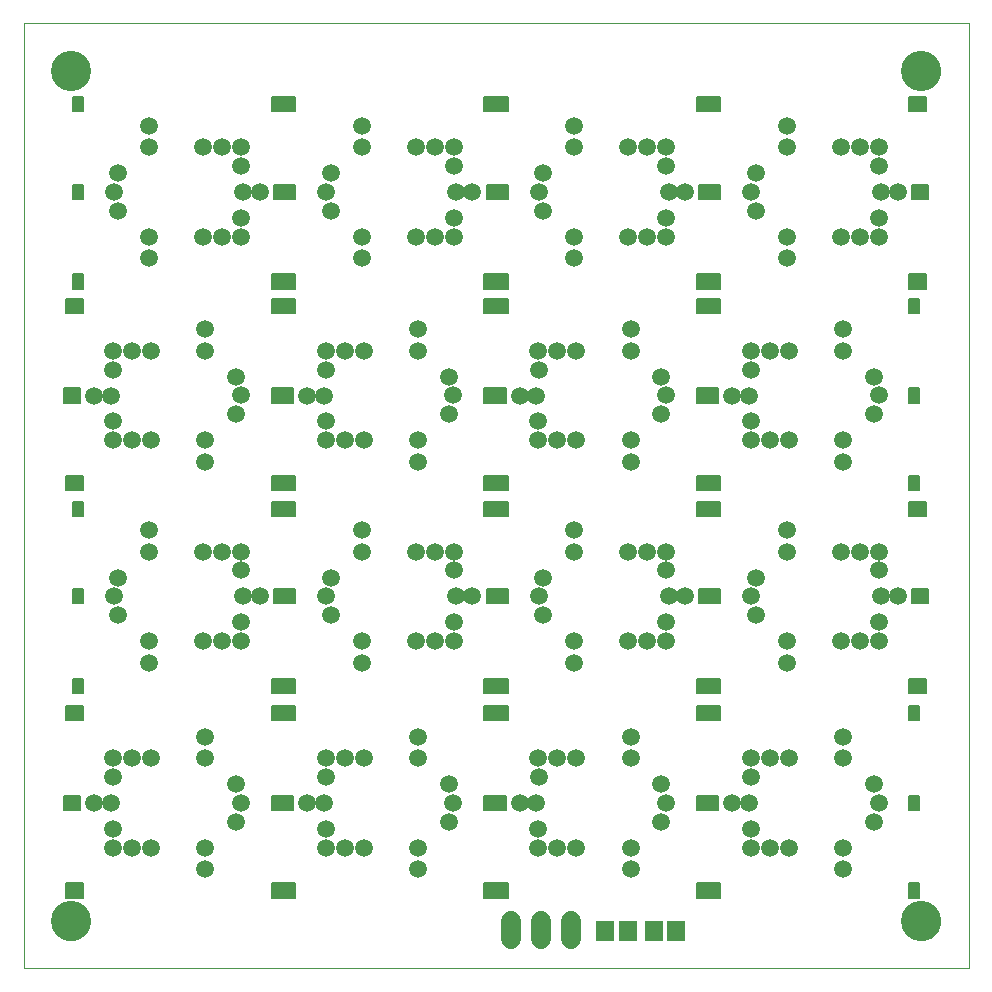
<source format=gts>
G75*
G70*
%OFA0B0*%
%FSLAX24Y24*%
%IPPOS*%
%LPD*%
%AMOC8*
5,1,8,0,0,1.08239X$1,22.5*
%
%ADD10C,0.0000*%
%ADD11C,0.0595*%
%ADD12C,0.0050*%
%ADD13C,0.1340*%
%ADD14C,0.0680*%
%ADD15R,0.0592X0.0671*%
D10*
X001723Y000125D02*
X001723Y031621D01*
X033219Y031621D01*
X033219Y000125D01*
X001723Y000125D01*
X002668Y001700D02*
X002670Y001750D01*
X002676Y001800D01*
X002686Y001849D01*
X002700Y001897D01*
X002717Y001944D01*
X002738Y001989D01*
X002763Y002033D01*
X002791Y002074D01*
X002823Y002113D01*
X002857Y002150D01*
X002894Y002184D01*
X002934Y002214D01*
X002976Y002241D01*
X003020Y002265D01*
X003066Y002286D01*
X003113Y002302D01*
X003161Y002315D01*
X003211Y002324D01*
X003260Y002329D01*
X003311Y002330D01*
X003361Y002327D01*
X003410Y002320D01*
X003459Y002309D01*
X003507Y002294D01*
X003553Y002276D01*
X003598Y002254D01*
X003641Y002228D01*
X003682Y002199D01*
X003721Y002167D01*
X003757Y002132D01*
X003789Y002094D01*
X003819Y002054D01*
X003846Y002011D01*
X003869Y001967D01*
X003888Y001921D01*
X003904Y001873D01*
X003916Y001824D01*
X003924Y001775D01*
X003928Y001725D01*
X003928Y001675D01*
X003924Y001625D01*
X003916Y001576D01*
X003904Y001527D01*
X003888Y001479D01*
X003869Y001433D01*
X003846Y001389D01*
X003819Y001346D01*
X003789Y001306D01*
X003757Y001268D01*
X003721Y001233D01*
X003682Y001201D01*
X003641Y001172D01*
X003598Y001146D01*
X003553Y001124D01*
X003507Y001106D01*
X003459Y001091D01*
X003410Y001080D01*
X003361Y001073D01*
X003311Y001070D01*
X003260Y001071D01*
X003211Y001076D01*
X003161Y001085D01*
X003113Y001098D01*
X003066Y001114D01*
X003020Y001135D01*
X002976Y001159D01*
X002934Y001186D01*
X002894Y001216D01*
X002857Y001250D01*
X002823Y001287D01*
X002791Y001326D01*
X002763Y001367D01*
X002738Y001411D01*
X002717Y001456D01*
X002700Y001503D01*
X002686Y001551D01*
X002676Y001600D01*
X002670Y001650D01*
X002668Y001700D01*
X031014Y001700D02*
X031016Y001750D01*
X031022Y001800D01*
X031032Y001849D01*
X031046Y001897D01*
X031063Y001944D01*
X031084Y001989D01*
X031109Y002033D01*
X031137Y002074D01*
X031169Y002113D01*
X031203Y002150D01*
X031240Y002184D01*
X031280Y002214D01*
X031322Y002241D01*
X031366Y002265D01*
X031412Y002286D01*
X031459Y002302D01*
X031507Y002315D01*
X031557Y002324D01*
X031606Y002329D01*
X031657Y002330D01*
X031707Y002327D01*
X031756Y002320D01*
X031805Y002309D01*
X031853Y002294D01*
X031899Y002276D01*
X031944Y002254D01*
X031987Y002228D01*
X032028Y002199D01*
X032067Y002167D01*
X032103Y002132D01*
X032135Y002094D01*
X032165Y002054D01*
X032192Y002011D01*
X032215Y001967D01*
X032234Y001921D01*
X032250Y001873D01*
X032262Y001824D01*
X032270Y001775D01*
X032274Y001725D01*
X032274Y001675D01*
X032270Y001625D01*
X032262Y001576D01*
X032250Y001527D01*
X032234Y001479D01*
X032215Y001433D01*
X032192Y001389D01*
X032165Y001346D01*
X032135Y001306D01*
X032103Y001268D01*
X032067Y001233D01*
X032028Y001201D01*
X031987Y001172D01*
X031944Y001146D01*
X031899Y001124D01*
X031853Y001106D01*
X031805Y001091D01*
X031756Y001080D01*
X031707Y001073D01*
X031657Y001070D01*
X031606Y001071D01*
X031557Y001076D01*
X031507Y001085D01*
X031459Y001098D01*
X031412Y001114D01*
X031366Y001135D01*
X031322Y001159D01*
X031280Y001186D01*
X031240Y001216D01*
X031203Y001250D01*
X031169Y001287D01*
X031137Y001326D01*
X031109Y001367D01*
X031084Y001411D01*
X031063Y001456D01*
X031046Y001503D01*
X031032Y001551D01*
X031022Y001600D01*
X031016Y001650D01*
X031014Y001700D01*
X031014Y030046D02*
X031016Y030096D01*
X031022Y030146D01*
X031032Y030195D01*
X031046Y030243D01*
X031063Y030290D01*
X031084Y030335D01*
X031109Y030379D01*
X031137Y030420D01*
X031169Y030459D01*
X031203Y030496D01*
X031240Y030530D01*
X031280Y030560D01*
X031322Y030587D01*
X031366Y030611D01*
X031412Y030632D01*
X031459Y030648D01*
X031507Y030661D01*
X031557Y030670D01*
X031606Y030675D01*
X031657Y030676D01*
X031707Y030673D01*
X031756Y030666D01*
X031805Y030655D01*
X031853Y030640D01*
X031899Y030622D01*
X031944Y030600D01*
X031987Y030574D01*
X032028Y030545D01*
X032067Y030513D01*
X032103Y030478D01*
X032135Y030440D01*
X032165Y030400D01*
X032192Y030357D01*
X032215Y030313D01*
X032234Y030267D01*
X032250Y030219D01*
X032262Y030170D01*
X032270Y030121D01*
X032274Y030071D01*
X032274Y030021D01*
X032270Y029971D01*
X032262Y029922D01*
X032250Y029873D01*
X032234Y029825D01*
X032215Y029779D01*
X032192Y029735D01*
X032165Y029692D01*
X032135Y029652D01*
X032103Y029614D01*
X032067Y029579D01*
X032028Y029547D01*
X031987Y029518D01*
X031944Y029492D01*
X031899Y029470D01*
X031853Y029452D01*
X031805Y029437D01*
X031756Y029426D01*
X031707Y029419D01*
X031657Y029416D01*
X031606Y029417D01*
X031557Y029422D01*
X031507Y029431D01*
X031459Y029444D01*
X031412Y029460D01*
X031366Y029481D01*
X031322Y029505D01*
X031280Y029532D01*
X031240Y029562D01*
X031203Y029596D01*
X031169Y029633D01*
X031137Y029672D01*
X031109Y029713D01*
X031084Y029757D01*
X031063Y029802D01*
X031046Y029849D01*
X031032Y029897D01*
X031022Y029946D01*
X031016Y029996D01*
X031014Y030046D01*
X002668Y030046D02*
X002670Y030096D01*
X002676Y030146D01*
X002686Y030195D01*
X002700Y030243D01*
X002717Y030290D01*
X002738Y030335D01*
X002763Y030379D01*
X002791Y030420D01*
X002823Y030459D01*
X002857Y030496D01*
X002894Y030530D01*
X002934Y030560D01*
X002976Y030587D01*
X003020Y030611D01*
X003066Y030632D01*
X003113Y030648D01*
X003161Y030661D01*
X003211Y030670D01*
X003260Y030675D01*
X003311Y030676D01*
X003361Y030673D01*
X003410Y030666D01*
X003459Y030655D01*
X003507Y030640D01*
X003553Y030622D01*
X003598Y030600D01*
X003641Y030574D01*
X003682Y030545D01*
X003721Y030513D01*
X003757Y030478D01*
X003789Y030440D01*
X003819Y030400D01*
X003846Y030357D01*
X003869Y030313D01*
X003888Y030267D01*
X003904Y030219D01*
X003916Y030170D01*
X003924Y030121D01*
X003928Y030071D01*
X003928Y030021D01*
X003924Y029971D01*
X003916Y029922D01*
X003904Y029873D01*
X003888Y029825D01*
X003869Y029779D01*
X003846Y029735D01*
X003819Y029692D01*
X003789Y029652D01*
X003757Y029614D01*
X003721Y029579D01*
X003682Y029547D01*
X003641Y029518D01*
X003598Y029492D01*
X003553Y029470D01*
X003507Y029452D01*
X003459Y029437D01*
X003410Y029426D01*
X003361Y029419D01*
X003311Y029416D01*
X003260Y029417D01*
X003211Y029422D01*
X003161Y029431D01*
X003113Y029444D01*
X003066Y029460D01*
X003020Y029481D01*
X002976Y029505D01*
X002934Y029532D01*
X002894Y029562D01*
X002857Y029596D01*
X002823Y029633D01*
X002791Y029672D01*
X002763Y029713D01*
X002738Y029757D01*
X002717Y029802D01*
X002700Y029849D01*
X002686Y029897D01*
X002676Y029946D01*
X002670Y029996D01*
X002668Y030046D01*
D11*
X005900Y028212D03*
X005900Y027503D03*
X004877Y026637D03*
X004719Y026007D03*
X004877Y025377D03*
X005900Y024511D03*
X005900Y023802D03*
X007711Y024511D03*
X008341Y024511D03*
X008971Y024511D03*
X008967Y025145D03*
X009046Y026011D03*
X009597Y026011D03*
X008971Y026873D03*
X008971Y027503D03*
X008341Y027503D03*
X007711Y027503D03*
X011806Y026007D03*
X011963Y025377D03*
X012987Y024511D03*
X012987Y023802D03*
X014798Y024511D03*
X015428Y024511D03*
X016058Y024511D03*
X016054Y025145D03*
X016133Y026011D03*
X016684Y026011D03*
X016058Y026873D03*
X016058Y027503D03*
X015428Y027503D03*
X014798Y027503D03*
X012987Y027503D03*
X012987Y028212D03*
X011963Y026637D03*
X014869Y021428D03*
X014869Y020720D03*
X015892Y019854D03*
X016050Y019224D03*
X015892Y018594D03*
X014869Y017728D03*
X014869Y017019D03*
X013058Y017728D03*
X012428Y017728D03*
X011798Y017728D03*
X011798Y018357D03*
X011723Y019220D03*
X011172Y019220D03*
X011802Y020086D03*
X011798Y020720D03*
X012428Y020720D03*
X013058Y020720D03*
X008806Y019854D03*
X008963Y019224D03*
X008806Y018594D03*
X007782Y017728D03*
X007782Y017019D03*
X005971Y017728D03*
X005341Y017728D03*
X004711Y017728D03*
X004711Y018357D03*
X004637Y019220D03*
X004085Y019220D03*
X004715Y020086D03*
X004711Y020720D03*
X005341Y020720D03*
X005971Y020720D03*
X007782Y020720D03*
X007782Y021428D03*
X005900Y014728D03*
X005900Y014019D03*
X004877Y013153D03*
X004719Y012523D03*
X004877Y011893D03*
X005900Y011027D03*
X005900Y010318D03*
X007711Y011027D03*
X008341Y011027D03*
X008971Y011027D03*
X008967Y011661D03*
X009046Y012527D03*
X009597Y012527D03*
X008971Y013389D03*
X008971Y014019D03*
X008341Y014019D03*
X007711Y014019D03*
X011806Y012523D03*
X011963Y013153D03*
X012987Y014019D03*
X012987Y014728D03*
X014798Y014019D03*
X015428Y014019D03*
X016058Y014019D03*
X016058Y013389D03*
X016133Y012527D03*
X016684Y012527D03*
X016054Y011661D03*
X016058Y011027D03*
X015428Y011027D03*
X014798Y011027D03*
X012987Y011027D03*
X012987Y010318D03*
X011963Y011893D03*
X014869Y007846D03*
X014869Y007137D03*
X015892Y006271D03*
X016050Y005641D03*
X015892Y005011D03*
X014869Y004145D03*
X014869Y003436D03*
X013058Y004145D03*
X012428Y004145D03*
X011798Y004145D03*
X011798Y004775D03*
X011723Y005637D03*
X011172Y005637D03*
X011802Y006503D03*
X011798Y007137D03*
X012428Y007137D03*
X013058Y007137D03*
X008806Y006271D03*
X008963Y005641D03*
X008806Y005011D03*
X007782Y004145D03*
X007782Y003436D03*
X005971Y004145D03*
X005341Y004145D03*
X004711Y004145D03*
X004711Y004775D03*
X004637Y005637D03*
X004085Y005637D03*
X004715Y006503D03*
X004711Y007137D03*
X005341Y007137D03*
X005971Y007137D03*
X007782Y007137D03*
X007782Y007846D03*
X018259Y005637D03*
X018810Y005637D03*
X018885Y004775D03*
X018885Y004145D03*
X019514Y004145D03*
X020144Y004145D03*
X021955Y004145D03*
X021955Y003436D03*
X022979Y005011D03*
X023137Y005641D03*
X022979Y006271D03*
X021955Y007137D03*
X021955Y007846D03*
X020144Y007137D03*
X019514Y007137D03*
X018885Y007137D03*
X018888Y006503D03*
X020074Y010318D03*
X020074Y011027D03*
X019050Y011893D03*
X018892Y012523D03*
X019050Y013153D03*
X020074Y014019D03*
X020074Y014728D03*
X021885Y014019D03*
X022514Y014019D03*
X023144Y014019D03*
X023144Y013389D03*
X023219Y012527D03*
X023770Y012527D03*
X023140Y011661D03*
X023144Y011027D03*
X022514Y011027D03*
X021885Y011027D03*
X026137Y011893D03*
X025979Y012523D03*
X026137Y013153D03*
X027160Y014019D03*
X027160Y014728D03*
X028971Y014019D03*
X029601Y014019D03*
X030231Y014019D03*
X030231Y013389D03*
X030306Y012527D03*
X030857Y012527D03*
X030227Y011661D03*
X030231Y011027D03*
X029601Y011027D03*
X028971Y011027D03*
X027160Y011027D03*
X027160Y010318D03*
X029042Y007846D03*
X029042Y007137D03*
X030066Y006271D03*
X030223Y005641D03*
X030066Y005011D03*
X029042Y004145D03*
X029042Y003436D03*
X027231Y004145D03*
X026601Y004145D03*
X025971Y004145D03*
X025971Y004775D03*
X025896Y005637D03*
X025345Y005637D03*
X025975Y006503D03*
X025971Y007137D03*
X026601Y007137D03*
X027231Y007137D03*
X029042Y017019D03*
X029042Y017728D03*
X030066Y018594D03*
X030223Y019224D03*
X030066Y019854D03*
X029042Y020720D03*
X029042Y021428D03*
X027231Y020720D03*
X026601Y020720D03*
X025971Y020720D03*
X025975Y020086D03*
X025896Y019220D03*
X025345Y019220D03*
X025971Y018357D03*
X025971Y017728D03*
X026601Y017728D03*
X027231Y017728D03*
X023137Y019224D03*
X022979Y019854D03*
X021955Y020720D03*
X021955Y021428D03*
X020144Y020720D03*
X019514Y020720D03*
X018885Y020720D03*
X018888Y020086D03*
X018810Y019220D03*
X018259Y019220D03*
X018885Y018357D03*
X018885Y017728D03*
X019514Y017728D03*
X020144Y017728D03*
X021955Y017728D03*
X021955Y017019D03*
X022979Y018594D03*
X020074Y023802D03*
X020074Y024511D03*
X019050Y025377D03*
X018892Y026007D03*
X019050Y026637D03*
X020074Y027503D03*
X020074Y028212D03*
X021885Y027503D03*
X022514Y027503D03*
X023144Y027503D03*
X023144Y026873D03*
X023219Y026011D03*
X023770Y026011D03*
X023140Y025145D03*
X023144Y024511D03*
X022514Y024511D03*
X021885Y024511D03*
X026137Y025377D03*
X025979Y026007D03*
X026137Y026637D03*
X027160Y027503D03*
X027160Y028212D03*
X028971Y027503D03*
X029601Y027503D03*
X030231Y027503D03*
X030231Y026873D03*
X030306Y026011D03*
X030857Y026011D03*
X030227Y025145D03*
X030231Y024511D03*
X029601Y024511D03*
X028971Y024511D03*
X027160Y024511D03*
X027160Y023802D03*
D12*
X024951Y023255D02*
X024951Y022783D01*
X024637Y022783D01*
X024637Y023255D01*
X024951Y023255D01*
X024951Y023211D02*
X024637Y023211D01*
X024637Y023163D02*
X024951Y023163D01*
X024951Y023114D02*
X024637Y023114D01*
X024637Y023066D02*
X024951Y023066D01*
X024951Y023017D02*
X024637Y023017D01*
X024637Y022969D02*
X024951Y022969D01*
X024951Y022920D02*
X024637Y022920D01*
X024637Y022872D02*
X024951Y022872D01*
X024951Y022823D02*
X024637Y022823D01*
X024715Y022823D02*
X024164Y022823D01*
X024164Y022783D02*
X024715Y022783D01*
X024715Y023255D01*
X024164Y023255D01*
X024164Y022783D01*
X024164Y022872D02*
X024715Y022872D01*
X024715Y022920D02*
X024164Y022920D01*
X024164Y022969D02*
X024715Y022969D01*
X024715Y023017D02*
X024164Y023017D01*
X024164Y023066D02*
X024715Y023066D01*
X024715Y023114D02*
X024164Y023114D01*
X024164Y023163D02*
X024715Y023163D01*
X024715Y023211D02*
X024164Y023211D01*
X024164Y022448D02*
X024164Y021976D01*
X024479Y021976D01*
X024479Y022448D01*
X024164Y022448D01*
X024164Y022435D02*
X024479Y022435D01*
X024479Y022387D02*
X024164Y022387D01*
X024164Y022338D02*
X024479Y022338D01*
X024479Y022290D02*
X024164Y022290D01*
X024164Y022241D02*
X024479Y022241D01*
X024479Y022193D02*
X024164Y022193D01*
X024164Y022144D02*
X024479Y022144D01*
X024479Y022096D02*
X024164Y022096D01*
X024164Y022047D02*
X024479Y022047D01*
X024479Y021999D02*
X024164Y021999D01*
X024400Y021999D02*
X024951Y021999D01*
X024951Y021976D02*
X024951Y022448D01*
X024400Y022448D01*
X024400Y021976D01*
X024951Y021976D01*
X024951Y022047D02*
X024400Y022047D01*
X024400Y022096D02*
X024951Y022096D01*
X024951Y022144D02*
X024400Y022144D01*
X024400Y022193D02*
X024951Y022193D01*
X024951Y022241D02*
X024400Y022241D01*
X024400Y022290D02*
X024951Y022290D01*
X024951Y022338D02*
X024400Y022338D01*
X024400Y022387D02*
X024951Y022387D01*
X024951Y022435D02*
X024400Y022435D01*
X024322Y019456D02*
X024322Y018983D01*
X024873Y018983D01*
X024873Y019456D01*
X024322Y019456D01*
X024322Y019428D02*
X024873Y019428D01*
X024873Y019380D02*
X024322Y019380D01*
X024322Y019331D02*
X024873Y019331D01*
X024873Y019283D02*
X024322Y019283D01*
X024322Y019234D02*
X024873Y019234D01*
X024873Y019186D02*
X024322Y019186D01*
X024322Y019137D02*
X024873Y019137D01*
X024873Y019089D02*
X024322Y019089D01*
X024322Y019040D02*
X024873Y019040D01*
X024873Y018992D02*
X024322Y018992D01*
X024479Y018992D02*
X024164Y018992D01*
X024164Y018983D02*
X024164Y019456D01*
X024479Y019456D01*
X024479Y018983D01*
X024164Y018983D01*
X024164Y019040D02*
X024479Y019040D01*
X024479Y019089D02*
X024164Y019089D01*
X024164Y019137D02*
X024479Y019137D01*
X024479Y019186D02*
X024164Y019186D01*
X024164Y019234D02*
X024479Y019234D01*
X024479Y019283D02*
X024164Y019283D01*
X024164Y019331D02*
X024479Y019331D01*
X024479Y019380D02*
X024164Y019380D01*
X024164Y019428D02*
X024479Y019428D01*
X024479Y016543D02*
X024164Y016543D01*
X024164Y016070D01*
X024479Y016070D01*
X024479Y016543D01*
X024479Y016518D02*
X024164Y016518D01*
X024164Y016470D02*
X024479Y016470D01*
X024479Y016421D02*
X024164Y016421D01*
X024164Y016373D02*
X024479Y016373D01*
X024479Y016324D02*
X024164Y016324D01*
X024164Y016276D02*
X024479Y016276D01*
X024479Y016227D02*
X024164Y016227D01*
X024164Y016179D02*
X024479Y016179D01*
X024479Y016130D02*
X024164Y016130D01*
X024164Y016082D02*
X024479Y016082D01*
X024400Y016082D02*
X024951Y016082D01*
X024951Y016070D02*
X024951Y016543D01*
X024400Y016543D01*
X024400Y016070D01*
X024951Y016070D01*
X024951Y016130D02*
X024400Y016130D01*
X024400Y016179D02*
X024951Y016179D01*
X024951Y016227D02*
X024400Y016227D01*
X024400Y016276D02*
X024951Y016276D01*
X024951Y016324D02*
X024400Y016324D01*
X024400Y016373D02*
X024951Y016373D01*
X024951Y016421D02*
X024400Y016421D01*
X024400Y016470D02*
X024951Y016470D01*
X024951Y016518D02*
X024400Y016518D01*
X024164Y015676D02*
X024164Y015204D01*
X024715Y015204D01*
X024715Y015676D01*
X024164Y015676D01*
X024164Y015645D02*
X024715Y015645D01*
X024715Y015597D02*
X024164Y015597D01*
X024164Y015548D02*
X024715Y015548D01*
X024715Y015500D02*
X024164Y015500D01*
X024164Y015451D02*
X024715Y015451D01*
X024715Y015403D02*
X024164Y015403D01*
X024164Y015354D02*
X024715Y015354D01*
X024715Y015306D02*
X024164Y015306D01*
X024164Y015257D02*
X024715Y015257D01*
X024715Y015209D02*
X024164Y015209D01*
X024637Y015209D02*
X024951Y015209D01*
X024951Y015204D02*
X024951Y015676D01*
X024637Y015676D01*
X024637Y015204D01*
X024951Y015204D01*
X024951Y015257D02*
X024637Y015257D01*
X024637Y015306D02*
X024951Y015306D01*
X024951Y015354D02*
X024637Y015354D01*
X024637Y015403D02*
X024951Y015403D01*
X024951Y015451D02*
X024637Y015451D01*
X024637Y015500D02*
X024951Y015500D01*
X024951Y015548D02*
X024637Y015548D01*
X024637Y015597D02*
X024951Y015597D01*
X024951Y015645D02*
X024637Y015645D01*
X024637Y012763D02*
X024637Y012291D01*
X024951Y012291D01*
X024951Y012763D01*
X024637Y012763D01*
X024637Y012735D02*
X024951Y012735D01*
X024951Y012687D02*
X024637Y012687D01*
X024637Y012638D02*
X024951Y012638D01*
X024951Y012590D02*
X024637Y012590D01*
X024637Y012541D02*
X024951Y012541D01*
X024951Y012493D02*
X024637Y012493D01*
X024637Y012444D02*
X024951Y012444D01*
X024951Y012396D02*
X024637Y012396D01*
X024637Y012347D02*
X024951Y012347D01*
X024951Y012299D02*
X024637Y012299D01*
X024794Y012299D02*
X024243Y012299D01*
X024243Y012291D02*
X024794Y012291D01*
X024794Y012763D01*
X024243Y012763D01*
X024243Y012291D01*
X024243Y012347D02*
X024794Y012347D01*
X024794Y012396D02*
X024243Y012396D01*
X024243Y012444D02*
X024794Y012444D01*
X024794Y012493D02*
X024243Y012493D01*
X024243Y012541D02*
X024794Y012541D01*
X024794Y012590D02*
X024243Y012590D01*
X024243Y012638D02*
X024794Y012638D01*
X024794Y012687D02*
X024243Y012687D01*
X024243Y012735D02*
X024794Y012735D01*
X024715Y009771D02*
X024164Y009771D01*
X024164Y009298D01*
X024715Y009298D01*
X024715Y009771D01*
X024715Y009728D02*
X024164Y009728D01*
X024164Y009680D02*
X024715Y009680D01*
X024715Y009631D02*
X024164Y009631D01*
X024164Y009583D02*
X024715Y009583D01*
X024715Y009534D02*
X024164Y009534D01*
X024164Y009486D02*
X024715Y009486D01*
X024715Y009437D02*
X024164Y009437D01*
X024164Y009389D02*
X024715Y009389D01*
X024715Y009340D02*
X024164Y009340D01*
X024637Y009340D02*
X024951Y009340D01*
X024951Y009298D02*
X024951Y009771D01*
X024637Y009771D01*
X024637Y009298D01*
X024951Y009298D01*
X024951Y009389D02*
X024637Y009389D01*
X024637Y009437D02*
X024951Y009437D01*
X024951Y009486D02*
X024637Y009486D01*
X024637Y009534D02*
X024951Y009534D01*
X024951Y009583D02*
X024637Y009583D01*
X024637Y009631D02*
X024951Y009631D01*
X024951Y009680D02*
X024637Y009680D01*
X024637Y009728D02*
X024951Y009728D01*
X024951Y008865D02*
X024400Y008865D01*
X024400Y008393D01*
X024951Y008393D01*
X024951Y008865D01*
X024951Y008855D02*
X024400Y008855D01*
X024400Y008807D02*
X024951Y008807D01*
X024951Y008758D02*
X024400Y008758D01*
X024400Y008710D02*
X024951Y008710D01*
X024951Y008661D02*
X024400Y008661D01*
X024400Y008613D02*
X024951Y008613D01*
X024951Y008564D02*
X024400Y008564D01*
X024400Y008516D02*
X024951Y008516D01*
X024951Y008467D02*
X024400Y008467D01*
X024400Y008419D02*
X024951Y008419D01*
X024479Y008419D02*
X024164Y008419D01*
X024164Y008393D02*
X024164Y008865D01*
X024479Y008865D01*
X024479Y008393D01*
X024164Y008393D01*
X024164Y008467D02*
X024479Y008467D01*
X024479Y008516D02*
X024164Y008516D01*
X024164Y008564D02*
X024479Y008564D01*
X024479Y008613D02*
X024164Y008613D01*
X024164Y008661D02*
X024479Y008661D01*
X024479Y008710D02*
X024164Y008710D01*
X024164Y008758D02*
X024479Y008758D01*
X024479Y008807D02*
X024164Y008807D01*
X024164Y008855D02*
X024479Y008855D01*
X024479Y005873D02*
X024164Y005873D01*
X024164Y005401D01*
X024479Y005401D01*
X024479Y005873D01*
X024479Y005848D02*
X024164Y005848D01*
X024164Y005800D02*
X024479Y005800D01*
X024479Y005751D02*
X024164Y005751D01*
X024164Y005703D02*
X024479Y005703D01*
X024479Y005654D02*
X024164Y005654D01*
X024164Y005606D02*
X024479Y005606D01*
X024479Y005557D02*
X024164Y005557D01*
X024164Y005509D02*
X024479Y005509D01*
X024479Y005460D02*
X024164Y005460D01*
X024164Y005412D02*
X024479Y005412D01*
X024322Y005412D02*
X024873Y005412D01*
X024873Y005401D02*
X024873Y005873D01*
X024322Y005873D01*
X024322Y005401D01*
X024873Y005401D01*
X024873Y005460D02*
X024322Y005460D01*
X024322Y005509D02*
X024873Y005509D01*
X024873Y005557D02*
X024322Y005557D01*
X024322Y005606D02*
X024873Y005606D01*
X024873Y005654D02*
X024322Y005654D01*
X024322Y005703D02*
X024873Y005703D01*
X024873Y005751D02*
X024322Y005751D01*
X024322Y005800D02*
X024873Y005800D01*
X024873Y005848D02*
X024322Y005848D01*
X024400Y002960D02*
X024400Y002487D01*
X024951Y002487D01*
X024951Y002960D01*
X024400Y002960D01*
X024400Y002938D02*
X024951Y002938D01*
X024951Y002890D02*
X024400Y002890D01*
X024400Y002841D02*
X024951Y002841D01*
X024951Y002793D02*
X024400Y002793D01*
X024400Y002744D02*
X024951Y002744D01*
X024951Y002696D02*
X024400Y002696D01*
X024400Y002647D02*
X024951Y002647D01*
X024951Y002599D02*
X024400Y002599D01*
X024400Y002550D02*
X024951Y002550D01*
X024951Y002502D02*
X024400Y002502D01*
X024479Y002502D02*
X024164Y002502D01*
X024164Y002487D02*
X024164Y002960D01*
X024479Y002960D01*
X024479Y002487D01*
X024164Y002487D01*
X024164Y002550D02*
X024479Y002550D01*
X024479Y002599D02*
X024164Y002599D01*
X024164Y002647D02*
X024479Y002647D01*
X024479Y002696D02*
X024164Y002696D01*
X024164Y002744D02*
X024479Y002744D01*
X024479Y002793D02*
X024164Y002793D01*
X024164Y002841D02*
X024479Y002841D01*
X024479Y002890D02*
X024164Y002890D01*
X024164Y002938D02*
X024479Y002938D01*
X017865Y002938D02*
X017314Y002938D01*
X017314Y002960D02*
X017314Y002487D01*
X017865Y002487D01*
X017865Y002960D01*
X017314Y002960D01*
X017314Y002890D02*
X017865Y002890D01*
X017865Y002841D02*
X017314Y002841D01*
X017314Y002793D02*
X017865Y002793D01*
X017865Y002744D02*
X017314Y002744D01*
X017314Y002696D02*
X017865Y002696D01*
X017865Y002647D02*
X017314Y002647D01*
X017314Y002599D02*
X017865Y002599D01*
X017865Y002550D02*
X017314Y002550D01*
X017314Y002502D02*
X017865Y002502D01*
X017392Y002502D02*
X017077Y002502D01*
X017077Y002487D02*
X017077Y002960D01*
X017392Y002960D01*
X017392Y002487D01*
X017077Y002487D01*
X017077Y002550D02*
X017392Y002550D01*
X017392Y002599D02*
X017077Y002599D01*
X017077Y002647D02*
X017392Y002647D01*
X017392Y002696D02*
X017077Y002696D01*
X017077Y002744D02*
X017392Y002744D01*
X017392Y002793D02*
X017077Y002793D01*
X017077Y002841D02*
X017392Y002841D01*
X017392Y002890D02*
X017077Y002890D01*
X017077Y002938D02*
X017392Y002938D01*
X017392Y005401D02*
X017077Y005401D01*
X017077Y005873D01*
X017392Y005873D01*
X017392Y005401D01*
X017392Y005412D02*
X017077Y005412D01*
X017077Y005460D02*
X017392Y005460D01*
X017392Y005509D02*
X017077Y005509D01*
X017077Y005557D02*
X017392Y005557D01*
X017392Y005606D02*
X017077Y005606D01*
X017077Y005654D02*
X017392Y005654D01*
X017392Y005703D02*
X017077Y005703D01*
X017077Y005751D02*
X017392Y005751D01*
X017392Y005800D02*
X017077Y005800D01*
X017077Y005848D02*
X017392Y005848D01*
X017235Y005848D02*
X017786Y005848D01*
X017786Y005873D02*
X017235Y005873D01*
X017235Y005401D01*
X017786Y005401D01*
X017786Y005873D01*
X017786Y005800D02*
X017235Y005800D01*
X017235Y005751D02*
X017786Y005751D01*
X017786Y005703D02*
X017235Y005703D01*
X017235Y005654D02*
X017786Y005654D01*
X017786Y005606D02*
X017235Y005606D01*
X017235Y005557D02*
X017786Y005557D01*
X017786Y005509D02*
X017235Y005509D01*
X017235Y005460D02*
X017786Y005460D01*
X017786Y005412D02*
X017235Y005412D01*
X017314Y008393D02*
X017314Y008865D01*
X017865Y008865D01*
X017865Y008393D01*
X017314Y008393D01*
X017314Y008419D02*
X017865Y008419D01*
X017865Y008467D02*
X017314Y008467D01*
X017314Y008516D02*
X017865Y008516D01*
X017865Y008564D02*
X017314Y008564D01*
X017314Y008613D02*
X017865Y008613D01*
X017865Y008661D02*
X017314Y008661D01*
X017314Y008710D02*
X017865Y008710D01*
X017865Y008758D02*
X017314Y008758D01*
X017314Y008807D02*
X017865Y008807D01*
X017865Y008855D02*
X017314Y008855D01*
X017392Y008855D02*
X017077Y008855D01*
X017077Y008865D02*
X017077Y008393D01*
X017392Y008393D01*
X017392Y008865D01*
X017077Y008865D01*
X017077Y008807D02*
X017392Y008807D01*
X017392Y008758D02*
X017077Y008758D01*
X017077Y008710D02*
X017392Y008710D01*
X017392Y008661D02*
X017077Y008661D01*
X017077Y008613D02*
X017392Y008613D01*
X017392Y008564D02*
X017077Y008564D01*
X017077Y008516D02*
X017392Y008516D01*
X017392Y008467D02*
X017077Y008467D01*
X017077Y008419D02*
X017392Y008419D01*
X017550Y009298D02*
X017865Y009298D01*
X017865Y009771D01*
X017550Y009771D01*
X017550Y009298D01*
X017550Y009340D02*
X017865Y009340D01*
X017865Y009389D02*
X017550Y009389D01*
X017550Y009437D02*
X017865Y009437D01*
X017865Y009486D02*
X017550Y009486D01*
X017550Y009534D02*
X017865Y009534D01*
X017865Y009583D02*
X017550Y009583D01*
X017550Y009631D02*
X017865Y009631D01*
X017865Y009680D02*
X017550Y009680D01*
X017550Y009728D02*
X017865Y009728D01*
X017629Y009728D02*
X017077Y009728D01*
X017077Y009771D02*
X017077Y009298D01*
X017629Y009298D01*
X017629Y009771D01*
X017077Y009771D01*
X017077Y009680D02*
X017629Y009680D01*
X017629Y009631D02*
X017077Y009631D01*
X017077Y009583D02*
X017629Y009583D01*
X017629Y009534D02*
X017077Y009534D01*
X017077Y009486D02*
X017629Y009486D01*
X017629Y009437D02*
X017077Y009437D01*
X017077Y009389D02*
X017629Y009389D01*
X017629Y009340D02*
X017077Y009340D01*
X017156Y012291D02*
X017707Y012291D01*
X017707Y012763D01*
X017156Y012763D01*
X017156Y012291D01*
X017156Y012299D02*
X017707Y012299D01*
X017707Y012347D02*
X017156Y012347D01*
X017156Y012396D02*
X017707Y012396D01*
X017707Y012444D02*
X017156Y012444D01*
X017156Y012493D02*
X017707Y012493D01*
X017707Y012541D02*
X017156Y012541D01*
X017156Y012590D02*
X017707Y012590D01*
X017707Y012638D02*
X017156Y012638D01*
X017156Y012687D02*
X017707Y012687D01*
X017707Y012735D02*
X017156Y012735D01*
X017550Y012735D02*
X017865Y012735D01*
X017865Y012763D02*
X017865Y012291D01*
X017550Y012291D01*
X017550Y012763D01*
X017865Y012763D01*
X017865Y012687D02*
X017550Y012687D01*
X017550Y012638D02*
X017865Y012638D01*
X017865Y012590D02*
X017550Y012590D01*
X017550Y012541D02*
X017865Y012541D01*
X017865Y012493D02*
X017550Y012493D01*
X017550Y012444D02*
X017865Y012444D01*
X017865Y012396D02*
X017550Y012396D01*
X017550Y012347D02*
X017865Y012347D01*
X017865Y012299D02*
X017550Y012299D01*
X017550Y015204D02*
X017865Y015204D01*
X017865Y015676D01*
X017550Y015676D01*
X017550Y015204D01*
X017550Y015209D02*
X017865Y015209D01*
X017865Y015257D02*
X017550Y015257D01*
X017550Y015306D02*
X017865Y015306D01*
X017865Y015354D02*
X017550Y015354D01*
X017550Y015403D02*
X017865Y015403D01*
X017865Y015451D02*
X017550Y015451D01*
X017550Y015500D02*
X017865Y015500D01*
X017865Y015548D02*
X017550Y015548D01*
X017550Y015597D02*
X017865Y015597D01*
X017865Y015645D02*
X017550Y015645D01*
X017629Y015645D02*
X017077Y015645D01*
X017077Y015676D02*
X017077Y015204D01*
X017629Y015204D01*
X017629Y015676D01*
X017077Y015676D01*
X017077Y015597D02*
X017629Y015597D01*
X017629Y015548D02*
X017077Y015548D01*
X017077Y015500D02*
X017629Y015500D01*
X017629Y015451D02*
X017077Y015451D01*
X017077Y015403D02*
X017629Y015403D01*
X017629Y015354D02*
X017077Y015354D01*
X017077Y015306D02*
X017629Y015306D01*
X017629Y015257D02*
X017077Y015257D01*
X017077Y015209D02*
X017629Y015209D01*
X017865Y016070D02*
X017314Y016070D01*
X017314Y016543D01*
X017865Y016543D01*
X017865Y016070D01*
X017865Y016082D02*
X017314Y016082D01*
X017314Y016130D02*
X017865Y016130D01*
X017865Y016179D02*
X017314Y016179D01*
X017314Y016227D02*
X017865Y016227D01*
X017865Y016276D02*
X017314Y016276D01*
X017314Y016324D02*
X017865Y016324D01*
X017865Y016373D02*
X017314Y016373D01*
X017314Y016421D02*
X017865Y016421D01*
X017865Y016470D02*
X017314Y016470D01*
X017314Y016518D02*
X017865Y016518D01*
X017392Y016518D02*
X017077Y016518D01*
X017077Y016543D02*
X017077Y016070D01*
X017392Y016070D01*
X017392Y016543D01*
X017077Y016543D01*
X017077Y016470D02*
X017392Y016470D01*
X017392Y016421D02*
X017077Y016421D01*
X017077Y016373D02*
X017392Y016373D01*
X017392Y016324D02*
X017077Y016324D01*
X017077Y016276D02*
X017392Y016276D01*
X017392Y016227D02*
X017077Y016227D01*
X017077Y016179D02*
X017392Y016179D01*
X017392Y016130D02*
X017077Y016130D01*
X017077Y016082D02*
X017392Y016082D01*
X017392Y018983D02*
X017077Y018983D01*
X017077Y019456D01*
X017392Y019456D01*
X017392Y018983D01*
X017392Y018992D02*
X017077Y018992D01*
X017077Y019040D02*
X017392Y019040D01*
X017392Y019089D02*
X017077Y019089D01*
X017077Y019137D02*
X017392Y019137D01*
X017392Y019186D02*
X017077Y019186D01*
X017077Y019234D02*
X017392Y019234D01*
X017392Y019283D02*
X017077Y019283D01*
X017077Y019331D02*
X017392Y019331D01*
X017392Y019380D02*
X017077Y019380D01*
X017077Y019428D02*
X017392Y019428D01*
X017235Y019428D02*
X017786Y019428D01*
X017786Y019456D02*
X017235Y019456D01*
X017235Y018983D01*
X017786Y018983D01*
X017786Y019456D01*
X017786Y019380D02*
X017235Y019380D01*
X017235Y019331D02*
X017786Y019331D01*
X017786Y019283D02*
X017235Y019283D01*
X017235Y019234D02*
X017786Y019234D01*
X017786Y019186D02*
X017235Y019186D01*
X017235Y019137D02*
X017786Y019137D01*
X017786Y019089D02*
X017235Y019089D01*
X017235Y019040D02*
X017786Y019040D01*
X017786Y018992D02*
X017235Y018992D01*
X017314Y021976D02*
X017314Y022448D01*
X017865Y022448D01*
X017865Y021976D01*
X017314Y021976D01*
X017314Y021999D02*
X017865Y021999D01*
X017865Y022047D02*
X017314Y022047D01*
X017314Y022096D02*
X017865Y022096D01*
X017865Y022144D02*
X017314Y022144D01*
X017314Y022193D02*
X017865Y022193D01*
X017865Y022241D02*
X017314Y022241D01*
X017314Y022290D02*
X017865Y022290D01*
X017865Y022338D02*
X017314Y022338D01*
X017314Y022387D02*
X017865Y022387D01*
X017865Y022435D02*
X017314Y022435D01*
X017392Y022435D02*
X017077Y022435D01*
X017077Y022448D02*
X017077Y021976D01*
X017392Y021976D01*
X017392Y022448D01*
X017077Y022448D01*
X017077Y022387D02*
X017392Y022387D01*
X017392Y022338D02*
X017077Y022338D01*
X017077Y022290D02*
X017392Y022290D01*
X017392Y022241D02*
X017077Y022241D01*
X017077Y022193D02*
X017392Y022193D01*
X017392Y022144D02*
X017077Y022144D01*
X017077Y022096D02*
X017392Y022096D01*
X017392Y022047D02*
X017077Y022047D01*
X017077Y021999D02*
X017392Y021999D01*
X017550Y022783D02*
X017865Y022783D01*
X017865Y023255D01*
X017550Y023255D01*
X017550Y022783D01*
X017550Y022823D02*
X017865Y022823D01*
X017865Y022872D02*
X017550Y022872D01*
X017550Y022920D02*
X017865Y022920D01*
X017865Y022969D02*
X017550Y022969D01*
X017550Y023017D02*
X017865Y023017D01*
X017865Y023066D02*
X017550Y023066D01*
X017550Y023114D02*
X017865Y023114D01*
X017865Y023163D02*
X017550Y023163D01*
X017550Y023211D02*
X017865Y023211D01*
X017629Y023211D02*
X017077Y023211D01*
X017077Y023255D02*
X017077Y022783D01*
X017629Y022783D01*
X017629Y023255D01*
X017077Y023255D01*
X017077Y023163D02*
X017629Y023163D01*
X017629Y023114D02*
X017077Y023114D01*
X017077Y023066D02*
X017629Y023066D01*
X017629Y023017D02*
X017077Y023017D01*
X017077Y022969D02*
X017629Y022969D01*
X017629Y022920D02*
X017077Y022920D01*
X017077Y022872D02*
X017629Y022872D01*
X017629Y022823D02*
X017077Y022823D01*
X017156Y025775D02*
X017707Y025775D01*
X017707Y026247D01*
X017156Y026247D01*
X017156Y025775D01*
X017156Y025782D02*
X017707Y025782D01*
X017707Y025830D02*
X017156Y025830D01*
X017156Y025879D02*
X017707Y025879D01*
X017707Y025927D02*
X017156Y025927D01*
X017156Y025976D02*
X017707Y025976D01*
X017707Y026024D02*
X017156Y026024D01*
X017156Y026073D02*
X017707Y026073D01*
X017707Y026121D02*
X017156Y026121D01*
X017156Y026170D02*
X017707Y026170D01*
X017707Y026218D02*
X017156Y026218D01*
X017550Y026218D02*
X017865Y026218D01*
X017865Y026247D02*
X017865Y025775D01*
X017550Y025775D01*
X017550Y026247D01*
X017865Y026247D01*
X017865Y026170D02*
X017550Y026170D01*
X017550Y026121D02*
X017865Y026121D01*
X017865Y026073D02*
X017550Y026073D01*
X017550Y026024D02*
X017865Y026024D01*
X017865Y025976D02*
X017550Y025976D01*
X017550Y025927D02*
X017865Y025927D01*
X017865Y025879D02*
X017550Y025879D01*
X017550Y025830D02*
X017865Y025830D01*
X017865Y025782D02*
X017550Y025782D01*
X017550Y028688D02*
X017865Y028688D01*
X017865Y029161D01*
X017550Y029161D01*
X017550Y028688D01*
X017550Y028692D02*
X017865Y028692D01*
X017865Y028740D02*
X017550Y028740D01*
X017550Y028789D02*
X017865Y028789D01*
X017865Y028837D02*
X017550Y028837D01*
X017550Y028886D02*
X017865Y028886D01*
X017865Y028934D02*
X017550Y028934D01*
X017550Y028983D02*
X017865Y028983D01*
X017865Y029031D02*
X017550Y029031D01*
X017550Y029080D02*
X017865Y029080D01*
X017865Y029128D02*
X017550Y029128D01*
X017629Y029128D02*
X017077Y029128D01*
X017077Y029161D02*
X017077Y028688D01*
X017629Y028688D01*
X017629Y029161D01*
X017077Y029161D01*
X017077Y029080D02*
X017629Y029080D01*
X017629Y029031D02*
X017077Y029031D01*
X017077Y028983D02*
X017629Y028983D01*
X017629Y028934D02*
X017077Y028934D01*
X017077Y028886D02*
X017629Y028886D01*
X017629Y028837D02*
X017077Y028837D01*
X017077Y028789D02*
X017629Y028789D01*
X017629Y028740D02*
X017077Y028740D01*
X017077Y028692D02*
X017629Y028692D01*
X024164Y028692D02*
X024715Y028692D01*
X024715Y028688D02*
X024715Y029161D01*
X024164Y029161D01*
X024164Y028688D01*
X024715Y028688D01*
X024715Y028740D02*
X024164Y028740D01*
X024164Y028789D02*
X024715Y028789D01*
X024715Y028837D02*
X024164Y028837D01*
X024164Y028886D02*
X024715Y028886D01*
X024715Y028934D02*
X024164Y028934D01*
X024164Y028983D02*
X024715Y028983D01*
X024715Y029031D02*
X024164Y029031D01*
X024164Y029080D02*
X024715Y029080D01*
X024715Y029128D02*
X024164Y029128D01*
X024637Y029128D02*
X024951Y029128D01*
X024951Y029161D02*
X024951Y028688D01*
X024637Y028688D01*
X024637Y029161D01*
X024951Y029161D01*
X024951Y029080D02*
X024637Y029080D01*
X024637Y029031D02*
X024951Y029031D01*
X024951Y028983D02*
X024637Y028983D01*
X024637Y028934D02*
X024951Y028934D01*
X024951Y028886D02*
X024637Y028886D01*
X024637Y028837D02*
X024951Y028837D01*
X024951Y028789D02*
X024637Y028789D01*
X024637Y028740D02*
X024951Y028740D01*
X024951Y028692D02*
X024637Y028692D01*
X024637Y026247D02*
X024637Y025775D01*
X024951Y025775D01*
X024951Y026247D01*
X024637Y026247D01*
X024637Y026218D02*
X024951Y026218D01*
X024951Y026170D02*
X024637Y026170D01*
X024637Y026121D02*
X024951Y026121D01*
X024951Y026073D02*
X024637Y026073D01*
X024637Y026024D02*
X024951Y026024D01*
X024951Y025976D02*
X024637Y025976D01*
X024637Y025927D02*
X024951Y025927D01*
X024951Y025879D02*
X024637Y025879D01*
X024637Y025830D02*
X024951Y025830D01*
X024951Y025782D02*
X024637Y025782D01*
X024794Y025782D02*
X024243Y025782D01*
X024243Y025775D02*
X024794Y025775D01*
X024794Y026247D01*
X024243Y026247D01*
X024243Y025775D01*
X024243Y025830D02*
X024794Y025830D01*
X024794Y025879D02*
X024243Y025879D01*
X024243Y025927D02*
X024794Y025927D01*
X024794Y025976D02*
X024243Y025976D01*
X024243Y026024D02*
X024794Y026024D01*
X024794Y026073D02*
X024243Y026073D01*
X024243Y026121D02*
X024794Y026121D01*
X024794Y026170D02*
X024243Y026170D01*
X024243Y026218D02*
X024794Y026218D01*
X031329Y026218D02*
X031881Y026218D01*
X031881Y026247D02*
X031881Y025775D01*
X031329Y025775D01*
X031329Y026247D01*
X031881Y026247D01*
X031881Y026170D02*
X031329Y026170D01*
X031329Y026121D02*
X031881Y026121D01*
X031881Y026073D02*
X031329Y026073D01*
X031329Y026024D02*
X031881Y026024D01*
X031881Y025976D02*
X031329Y025976D01*
X031329Y025927D02*
X031881Y025927D01*
X031881Y025879D02*
X031329Y025879D01*
X031329Y025830D02*
X031881Y025830D01*
X031881Y025782D02*
X031329Y025782D01*
X031251Y023255D02*
X031251Y022783D01*
X031802Y022783D01*
X031802Y023255D01*
X031251Y023255D01*
X031251Y023211D02*
X031802Y023211D01*
X031802Y023163D02*
X031251Y023163D01*
X031251Y023114D02*
X031802Y023114D01*
X031802Y023066D02*
X031251Y023066D01*
X031251Y023017D02*
X031802Y023017D01*
X031802Y022969D02*
X031251Y022969D01*
X031251Y022920D02*
X031802Y022920D01*
X031802Y022872D02*
X031251Y022872D01*
X031251Y022823D02*
X031802Y022823D01*
X031566Y022448D02*
X031251Y022448D01*
X031251Y021976D01*
X031566Y021976D01*
X031566Y022448D01*
X031566Y022435D02*
X031251Y022435D01*
X031251Y022387D02*
X031566Y022387D01*
X031566Y022338D02*
X031251Y022338D01*
X031251Y022290D02*
X031566Y022290D01*
X031566Y022241D02*
X031251Y022241D01*
X031251Y022193D02*
X031566Y022193D01*
X031566Y022144D02*
X031251Y022144D01*
X031251Y022096D02*
X031566Y022096D01*
X031566Y022047D02*
X031251Y022047D01*
X031251Y021999D02*
X031566Y021999D01*
X031566Y019456D02*
X031251Y019456D01*
X031251Y018983D01*
X031566Y018983D01*
X031566Y019456D01*
X031566Y019428D02*
X031251Y019428D01*
X031251Y019380D02*
X031566Y019380D01*
X031566Y019331D02*
X031251Y019331D01*
X031251Y019283D02*
X031566Y019283D01*
X031566Y019234D02*
X031251Y019234D01*
X031251Y019186D02*
X031566Y019186D01*
X031566Y019137D02*
X031251Y019137D01*
X031251Y019089D02*
X031566Y019089D01*
X031566Y019040D02*
X031251Y019040D01*
X031251Y018992D02*
X031566Y018992D01*
X031566Y016543D02*
X031251Y016543D01*
X031251Y016070D01*
X031566Y016070D01*
X031566Y016543D01*
X031566Y016518D02*
X031251Y016518D01*
X031251Y016470D02*
X031566Y016470D01*
X031566Y016421D02*
X031251Y016421D01*
X031251Y016373D02*
X031566Y016373D01*
X031566Y016324D02*
X031251Y016324D01*
X031251Y016276D02*
X031566Y016276D01*
X031566Y016227D02*
X031251Y016227D01*
X031251Y016179D02*
X031566Y016179D01*
X031566Y016130D02*
X031251Y016130D01*
X031251Y016082D02*
X031566Y016082D01*
X031802Y015676D02*
X031251Y015676D01*
X031251Y015204D01*
X031802Y015204D01*
X031802Y015676D01*
X031802Y015645D02*
X031251Y015645D01*
X031251Y015597D02*
X031802Y015597D01*
X031802Y015548D02*
X031251Y015548D01*
X031251Y015500D02*
X031802Y015500D01*
X031802Y015451D02*
X031251Y015451D01*
X031251Y015403D02*
X031802Y015403D01*
X031802Y015354D02*
X031251Y015354D01*
X031251Y015306D02*
X031802Y015306D01*
X031802Y015257D02*
X031251Y015257D01*
X031251Y015209D02*
X031802Y015209D01*
X031881Y012763D02*
X031329Y012763D01*
X031329Y012291D01*
X031881Y012291D01*
X031881Y012763D01*
X031881Y012735D02*
X031329Y012735D01*
X031329Y012687D02*
X031881Y012687D01*
X031881Y012638D02*
X031329Y012638D01*
X031329Y012590D02*
X031881Y012590D01*
X031881Y012541D02*
X031329Y012541D01*
X031329Y012493D02*
X031881Y012493D01*
X031881Y012444D02*
X031329Y012444D01*
X031329Y012396D02*
X031881Y012396D01*
X031881Y012347D02*
X031329Y012347D01*
X031329Y012299D02*
X031881Y012299D01*
X031802Y009771D02*
X031251Y009771D01*
X031251Y009298D01*
X031802Y009298D01*
X031802Y009771D01*
X031802Y009728D02*
X031251Y009728D01*
X031251Y009680D02*
X031802Y009680D01*
X031802Y009631D02*
X031251Y009631D01*
X031251Y009583D02*
X031802Y009583D01*
X031802Y009534D02*
X031251Y009534D01*
X031251Y009486D02*
X031802Y009486D01*
X031802Y009437D02*
X031251Y009437D01*
X031251Y009389D02*
X031802Y009389D01*
X031802Y009340D02*
X031251Y009340D01*
X031251Y008865D02*
X031251Y008393D01*
X031566Y008393D01*
X031566Y008865D01*
X031251Y008865D01*
X031251Y008855D02*
X031566Y008855D01*
X031566Y008807D02*
X031251Y008807D01*
X031251Y008758D02*
X031566Y008758D01*
X031566Y008710D02*
X031251Y008710D01*
X031251Y008661D02*
X031566Y008661D01*
X031566Y008613D02*
X031251Y008613D01*
X031251Y008564D02*
X031566Y008564D01*
X031566Y008516D02*
X031251Y008516D01*
X031251Y008467D02*
X031566Y008467D01*
X031566Y008419D02*
X031251Y008419D01*
X031251Y005873D02*
X031251Y005401D01*
X031566Y005401D01*
X031566Y005873D01*
X031251Y005873D01*
X031251Y005848D02*
X031566Y005848D01*
X031566Y005800D02*
X031251Y005800D01*
X031251Y005751D02*
X031566Y005751D01*
X031566Y005703D02*
X031251Y005703D01*
X031251Y005654D02*
X031566Y005654D01*
X031566Y005606D02*
X031251Y005606D01*
X031251Y005557D02*
X031566Y005557D01*
X031566Y005509D02*
X031251Y005509D01*
X031251Y005460D02*
X031566Y005460D01*
X031566Y005412D02*
X031251Y005412D01*
X031251Y002960D02*
X031251Y002487D01*
X031566Y002487D01*
X031566Y002960D01*
X031251Y002960D01*
X031251Y002938D02*
X031566Y002938D01*
X031566Y002890D02*
X031251Y002890D01*
X031251Y002841D02*
X031566Y002841D01*
X031566Y002793D02*
X031251Y002793D01*
X031251Y002744D02*
X031566Y002744D01*
X031566Y002696D02*
X031251Y002696D01*
X031251Y002647D02*
X031566Y002647D01*
X031566Y002599D02*
X031251Y002599D01*
X031251Y002550D02*
X031566Y002550D01*
X031566Y002502D02*
X031251Y002502D01*
X010778Y002502D02*
X010227Y002502D01*
X010227Y002487D02*
X010227Y002960D01*
X010778Y002960D01*
X010778Y002487D01*
X010227Y002487D01*
X010227Y002550D02*
X010778Y002550D01*
X010778Y002599D02*
X010227Y002599D01*
X010227Y002647D02*
X010778Y002647D01*
X010778Y002696D02*
X010227Y002696D01*
X010227Y002744D02*
X010778Y002744D01*
X010778Y002793D02*
X010227Y002793D01*
X010227Y002841D02*
X010778Y002841D01*
X010778Y002890D02*
X010227Y002890D01*
X010227Y002938D02*
X010778Y002938D01*
X010306Y002938D02*
X009991Y002938D01*
X009991Y002960D02*
X009991Y002487D01*
X010306Y002487D01*
X010306Y002960D01*
X009991Y002960D01*
X009991Y002890D02*
X010306Y002890D01*
X010306Y002841D02*
X009991Y002841D01*
X009991Y002793D02*
X010306Y002793D01*
X010306Y002744D02*
X009991Y002744D01*
X009991Y002696D02*
X010306Y002696D01*
X010306Y002647D02*
X009991Y002647D01*
X009991Y002599D02*
X010306Y002599D01*
X010306Y002550D02*
X009991Y002550D01*
X009991Y002502D02*
X010306Y002502D01*
X010306Y005401D02*
X009991Y005401D01*
X009991Y005873D01*
X010306Y005873D01*
X010306Y005401D01*
X010306Y005412D02*
X009991Y005412D01*
X009991Y005460D02*
X010306Y005460D01*
X010306Y005509D02*
X009991Y005509D01*
X009991Y005557D02*
X010306Y005557D01*
X010306Y005606D02*
X009991Y005606D01*
X009991Y005654D02*
X010306Y005654D01*
X010306Y005703D02*
X009991Y005703D01*
X009991Y005751D02*
X010306Y005751D01*
X010306Y005800D02*
X009991Y005800D01*
X009991Y005848D02*
X010306Y005848D01*
X010148Y005848D02*
X010700Y005848D01*
X010700Y005873D02*
X010148Y005873D01*
X010148Y005401D01*
X010700Y005401D01*
X010700Y005873D01*
X010700Y005800D02*
X010148Y005800D01*
X010148Y005751D02*
X010700Y005751D01*
X010700Y005703D02*
X010148Y005703D01*
X010148Y005654D02*
X010700Y005654D01*
X010700Y005606D02*
X010148Y005606D01*
X010148Y005557D02*
X010700Y005557D01*
X010700Y005509D02*
X010148Y005509D01*
X010148Y005460D02*
X010700Y005460D01*
X010700Y005412D02*
X010148Y005412D01*
X010227Y008393D02*
X010227Y008865D01*
X010778Y008865D01*
X010778Y008393D01*
X010227Y008393D01*
X010227Y008419D02*
X010778Y008419D01*
X010778Y008467D02*
X010227Y008467D01*
X010227Y008516D02*
X010778Y008516D01*
X010778Y008564D02*
X010227Y008564D01*
X010227Y008613D02*
X010778Y008613D01*
X010778Y008661D02*
X010227Y008661D01*
X010227Y008710D02*
X010778Y008710D01*
X010778Y008758D02*
X010227Y008758D01*
X010227Y008807D02*
X010778Y008807D01*
X010778Y008855D02*
X010227Y008855D01*
X010306Y008855D02*
X009991Y008855D01*
X009991Y008865D02*
X009991Y008393D01*
X010306Y008393D01*
X010306Y008865D01*
X009991Y008865D01*
X009991Y008807D02*
X010306Y008807D01*
X010306Y008758D02*
X009991Y008758D01*
X009991Y008710D02*
X010306Y008710D01*
X010306Y008661D02*
X009991Y008661D01*
X009991Y008613D02*
X010306Y008613D01*
X010306Y008564D02*
X009991Y008564D01*
X009991Y008516D02*
X010306Y008516D01*
X010306Y008467D02*
X009991Y008467D01*
X009991Y008419D02*
X010306Y008419D01*
X010463Y009298D02*
X010778Y009298D01*
X010778Y009771D01*
X010463Y009771D01*
X010463Y009298D01*
X010463Y009340D02*
X010778Y009340D01*
X010778Y009389D02*
X010463Y009389D01*
X010463Y009437D02*
X010778Y009437D01*
X010778Y009486D02*
X010463Y009486D01*
X010463Y009534D02*
X010778Y009534D01*
X010778Y009583D02*
X010463Y009583D01*
X010463Y009631D02*
X010778Y009631D01*
X010778Y009680D02*
X010463Y009680D01*
X010463Y009728D02*
X010778Y009728D01*
X010542Y009728D02*
X009991Y009728D01*
X009991Y009771D02*
X009991Y009298D01*
X010542Y009298D01*
X010542Y009771D01*
X009991Y009771D01*
X009991Y009680D02*
X010542Y009680D01*
X010542Y009631D02*
X009991Y009631D01*
X009991Y009583D02*
X010542Y009583D01*
X010542Y009534D02*
X009991Y009534D01*
X009991Y009486D02*
X010542Y009486D01*
X010542Y009437D02*
X009991Y009437D01*
X009991Y009389D02*
X010542Y009389D01*
X010542Y009340D02*
X009991Y009340D01*
X010070Y012291D02*
X010621Y012291D01*
X010621Y012763D01*
X010070Y012763D01*
X010070Y012291D01*
X010070Y012299D02*
X010621Y012299D01*
X010621Y012347D02*
X010070Y012347D01*
X010070Y012396D02*
X010621Y012396D01*
X010621Y012444D02*
X010070Y012444D01*
X010070Y012493D02*
X010621Y012493D01*
X010621Y012541D02*
X010070Y012541D01*
X010070Y012590D02*
X010621Y012590D01*
X010621Y012638D02*
X010070Y012638D01*
X010070Y012687D02*
X010621Y012687D01*
X010621Y012735D02*
X010070Y012735D01*
X010463Y012735D02*
X010778Y012735D01*
X010778Y012763D02*
X010778Y012291D01*
X010463Y012291D01*
X010463Y012763D01*
X010778Y012763D01*
X010778Y012687D02*
X010463Y012687D01*
X010463Y012638D02*
X010778Y012638D01*
X010778Y012590D02*
X010463Y012590D01*
X010463Y012541D02*
X010778Y012541D01*
X010778Y012493D02*
X010463Y012493D01*
X010463Y012444D02*
X010778Y012444D01*
X010778Y012396D02*
X010463Y012396D01*
X010463Y012347D02*
X010778Y012347D01*
X010778Y012299D02*
X010463Y012299D01*
X010463Y015204D02*
X010778Y015204D01*
X010778Y015676D01*
X010463Y015676D01*
X010463Y015204D01*
X010463Y015209D02*
X010778Y015209D01*
X010778Y015257D02*
X010463Y015257D01*
X010463Y015306D02*
X010778Y015306D01*
X010778Y015354D02*
X010463Y015354D01*
X010463Y015403D02*
X010778Y015403D01*
X010778Y015451D02*
X010463Y015451D01*
X010463Y015500D02*
X010778Y015500D01*
X010778Y015548D02*
X010463Y015548D01*
X010463Y015597D02*
X010778Y015597D01*
X010778Y015645D02*
X010463Y015645D01*
X010542Y015645D02*
X009991Y015645D01*
X009991Y015676D02*
X009991Y015204D01*
X010542Y015204D01*
X010542Y015676D01*
X009991Y015676D01*
X009991Y015597D02*
X010542Y015597D01*
X010542Y015548D02*
X009991Y015548D01*
X009991Y015500D02*
X010542Y015500D01*
X010542Y015451D02*
X009991Y015451D01*
X009991Y015403D02*
X010542Y015403D01*
X010542Y015354D02*
X009991Y015354D01*
X009991Y015306D02*
X010542Y015306D01*
X010542Y015257D02*
X009991Y015257D01*
X009991Y015209D02*
X010542Y015209D01*
X010306Y016070D02*
X009991Y016070D01*
X009991Y016543D01*
X010306Y016543D01*
X010306Y016070D01*
X010306Y016082D02*
X009991Y016082D01*
X009991Y016130D02*
X010306Y016130D01*
X010306Y016179D02*
X009991Y016179D01*
X009991Y016227D02*
X010306Y016227D01*
X010306Y016276D02*
X009991Y016276D01*
X009991Y016324D02*
X010306Y016324D01*
X010306Y016373D02*
X009991Y016373D01*
X009991Y016421D02*
X010306Y016421D01*
X010306Y016470D02*
X009991Y016470D01*
X009991Y016518D02*
X010306Y016518D01*
X010227Y016518D02*
X010778Y016518D01*
X010778Y016543D02*
X010227Y016543D01*
X010227Y016070D01*
X010778Y016070D01*
X010778Y016543D01*
X010778Y016470D02*
X010227Y016470D01*
X010227Y016421D02*
X010778Y016421D01*
X010778Y016373D02*
X010227Y016373D01*
X010227Y016324D02*
X010778Y016324D01*
X010778Y016276D02*
X010227Y016276D01*
X010227Y016227D02*
X010778Y016227D01*
X010778Y016179D02*
X010227Y016179D01*
X010227Y016130D02*
X010778Y016130D01*
X010778Y016082D02*
X010227Y016082D01*
X010148Y018983D02*
X010148Y019456D01*
X010700Y019456D01*
X010700Y018983D01*
X010148Y018983D01*
X010148Y018992D02*
X010700Y018992D01*
X010700Y019040D02*
X010148Y019040D01*
X010148Y019089D02*
X010700Y019089D01*
X010700Y019137D02*
X010148Y019137D01*
X010148Y019186D02*
X010700Y019186D01*
X010700Y019234D02*
X010148Y019234D01*
X010148Y019283D02*
X010700Y019283D01*
X010700Y019331D02*
X010148Y019331D01*
X010148Y019380D02*
X010700Y019380D01*
X010700Y019428D02*
X010148Y019428D01*
X009991Y019428D02*
X010306Y019428D01*
X010306Y019456D02*
X009991Y019456D01*
X009991Y018983D01*
X010306Y018983D01*
X010306Y019456D01*
X010306Y019380D02*
X009991Y019380D01*
X009991Y019331D02*
X010306Y019331D01*
X010306Y019283D02*
X009991Y019283D01*
X009991Y019234D02*
X010306Y019234D01*
X010306Y019186D02*
X009991Y019186D01*
X009991Y019137D02*
X010306Y019137D01*
X010306Y019089D02*
X009991Y019089D01*
X009991Y019040D02*
X010306Y019040D01*
X010306Y018992D02*
X009991Y018992D01*
X009991Y021976D02*
X009991Y022448D01*
X010306Y022448D01*
X010306Y021976D01*
X009991Y021976D01*
X009991Y021999D02*
X010306Y021999D01*
X010306Y022047D02*
X009991Y022047D01*
X009991Y022096D02*
X010306Y022096D01*
X010306Y022144D02*
X009991Y022144D01*
X009991Y022193D02*
X010306Y022193D01*
X010306Y022241D02*
X009991Y022241D01*
X009991Y022290D02*
X010306Y022290D01*
X010306Y022338D02*
X009991Y022338D01*
X009991Y022387D02*
X010306Y022387D01*
X010306Y022435D02*
X009991Y022435D01*
X010227Y022435D02*
X010778Y022435D01*
X010778Y022448D02*
X010227Y022448D01*
X010227Y021976D01*
X010778Y021976D01*
X010778Y022448D01*
X010778Y022387D02*
X010227Y022387D01*
X010227Y022338D02*
X010778Y022338D01*
X010778Y022290D02*
X010227Y022290D01*
X010227Y022241D02*
X010778Y022241D01*
X010778Y022193D02*
X010227Y022193D01*
X010227Y022144D02*
X010778Y022144D01*
X010778Y022096D02*
X010227Y022096D01*
X010227Y022047D02*
X010778Y022047D01*
X010778Y021999D02*
X010227Y021999D01*
X009991Y022783D02*
X010542Y022783D01*
X010542Y023255D01*
X009991Y023255D01*
X009991Y022783D01*
X009991Y022823D02*
X010542Y022823D01*
X010542Y022872D02*
X009991Y022872D01*
X009991Y022920D02*
X010542Y022920D01*
X010542Y022969D02*
X009991Y022969D01*
X009991Y023017D02*
X010542Y023017D01*
X010542Y023066D02*
X009991Y023066D01*
X009991Y023114D02*
X010542Y023114D01*
X010542Y023163D02*
X009991Y023163D01*
X009991Y023211D02*
X010542Y023211D01*
X010463Y023211D02*
X010778Y023211D01*
X010778Y023255D02*
X010778Y022783D01*
X010463Y022783D01*
X010463Y023255D01*
X010778Y023255D01*
X010778Y023163D02*
X010463Y023163D01*
X010463Y023114D02*
X010778Y023114D01*
X010778Y023066D02*
X010463Y023066D01*
X010463Y023017D02*
X010778Y023017D01*
X010778Y022969D02*
X010463Y022969D01*
X010463Y022920D02*
X010778Y022920D01*
X010778Y022872D02*
X010463Y022872D01*
X010463Y022823D02*
X010778Y022823D01*
X010778Y025775D02*
X010463Y025775D01*
X010463Y026247D01*
X010778Y026247D01*
X010778Y025775D01*
X010778Y025782D02*
X010463Y025782D01*
X010463Y025830D02*
X010778Y025830D01*
X010778Y025879D02*
X010463Y025879D01*
X010463Y025927D02*
X010778Y025927D01*
X010778Y025976D02*
X010463Y025976D01*
X010463Y026024D02*
X010778Y026024D01*
X010778Y026073D02*
X010463Y026073D01*
X010463Y026121D02*
X010778Y026121D01*
X010778Y026170D02*
X010463Y026170D01*
X010463Y026218D02*
X010778Y026218D01*
X010621Y026218D02*
X010070Y026218D01*
X010070Y026247D02*
X010070Y025775D01*
X010621Y025775D01*
X010621Y026247D01*
X010070Y026247D01*
X010070Y026170D02*
X010621Y026170D01*
X010621Y026121D02*
X010070Y026121D01*
X010070Y026073D02*
X010621Y026073D01*
X010621Y026024D02*
X010070Y026024D01*
X010070Y025976D02*
X010621Y025976D01*
X010621Y025927D02*
X010070Y025927D01*
X010070Y025879D02*
X010621Y025879D01*
X010621Y025830D02*
X010070Y025830D01*
X010070Y025782D02*
X010621Y025782D01*
X010542Y028688D02*
X009991Y028688D01*
X009991Y029161D01*
X010542Y029161D01*
X010542Y028688D01*
X010542Y028692D02*
X009991Y028692D01*
X009991Y028740D02*
X010542Y028740D01*
X010542Y028789D02*
X009991Y028789D01*
X009991Y028837D02*
X010542Y028837D01*
X010542Y028886D02*
X009991Y028886D01*
X009991Y028934D02*
X010542Y028934D01*
X010542Y028983D02*
X009991Y028983D01*
X009991Y029031D02*
X010542Y029031D01*
X010542Y029080D02*
X009991Y029080D01*
X009991Y029128D02*
X010542Y029128D01*
X010463Y029128D02*
X010778Y029128D01*
X010778Y029161D02*
X010778Y028688D01*
X010463Y028688D01*
X010463Y029161D01*
X010778Y029161D01*
X010778Y029080D02*
X010463Y029080D01*
X010463Y029031D02*
X010778Y029031D01*
X010778Y028983D02*
X010463Y028983D01*
X010463Y028934D02*
X010778Y028934D01*
X010778Y028886D02*
X010463Y028886D01*
X010463Y028837D02*
X010778Y028837D01*
X010778Y028789D02*
X010463Y028789D01*
X010463Y028740D02*
X010778Y028740D01*
X010778Y028692D02*
X010463Y028692D01*
X003692Y028692D02*
X003377Y028692D01*
X003377Y028688D02*
X003692Y028688D01*
X003692Y029161D01*
X003377Y029161D01*
X003377Y028688D01*
X003377Y028740D02*
X003692Y028740D01*
X003692Y028789D02*
X003377Y028789D01*
X003377Y028837D02*
X003692Y028837D01*
X003692Y028886D02*
X003377Y028886D01*
X003377Y028934D02*
X003692Y028934D01*
X003692Y028983D02*
X003377Y028983D01*
X003377Y029031D02*
X003692Y029031D01*
X003692Y029080D02*
X003377Y029080D01*
X003377Y029128D02*
X003692Y029128D01*
X003692Y026247D02*
X003377Y026247D01*
X003377Y025775D01*
X003692Y025775D01*
X003692Y026247D01*
X003692Y026218D02*
X003377Y026218D01*
X003377Y026170D02*
X003692Y026170D01*
X003692Y026121D02*
X003377Y026121D01*
X003377Y026073D02*
X003692Y026073D01*
X003692Y026024D02*
X003377Y026024D01*
X003377Y025976D02*
X003692Y025976D01*
X003692Y025927D02*
X003377Y025927D01*
X003377Y025879D02*
X003692Y025879D01*
X003692Y025830D02*
X003377Y025830D01*
X003377Y025782D02*
X003692Y025782D01*
X003692Y023255D02*
X003377Y023255D01*
X003377Y022783D01*
X003692Y022783D01*
X003692Y023255D01*
X003692Y023211D02*
X003377Y023211D01*
X003377Y023163D02*
X003692Y023163D01*
X003692Y023114D02*
X003377Y023114D01*
X003377Y023066D02*
X003692Y023066D01*
X003692Y023017D02*
X003377Y023017D01*
X003377Y022969D02*
X003692Y022969D01*
X003692Y022920D02*
X003377Y022920D01*
X003377Y022872D02*
X003692Y022872D01*
X003692Y022823D02*
X003377Y022823D01*
X003140Y022448D02*
X003140Y021976D01*
X003692Y021976D01*
X003692Y022448D01*
X003140Y022448D01*
X003140Y022435D02*
X003692Y022435D01*
X003692Y022387D02*
X003140Y022387D01*
X003140Y022338D02*
X003692Y022338D01*
X003692Y022290D02*
X003140Y022290D01*
X003140Y022241D02*
X003692Y022241D01*
X003692Y022193D02*
X003140Y022193D01*
X003140Y022144D02*
X003692Y022144D01*
X003692Y022096D02*
X003140Y022096D01*
X003140Y022047D02*
X003692Y022047D01*
X003692Y021999D02*
X003140Y021999D01*
X003062Y019456D02*
X003062Y018983D01*
X003613Y018983D01*
X003613Y019456D01*
X003062Y019456D01*
X003062Y019428D02*
X003613Y019428D01*
X003613Y019380D02*
X003062Y019380D01*
X003062Y019331D02*
X003613Y019331D01*
X003613Y019283D02*
X003062Y019283D01*
X003062Y019234D02*
X003613Y019234D01*
X003613Y019186D02*
X003062Y019186D01*
X003062Y019137D02*
X003613Y019137D01*
X003613Y019089D02*
X003062Y019089D01*
X003062Y019040D02*
X003613Y019040D01*
X003613Y018992D02*
X003062Y018992D01*
X003140Y016543D02*
X003140Y016070D01*
X003692Y016070D01*
X003692Y016543D01*
X003140Y016543D01*
X003140Y016518D02*
X003692Y016518D01*
X003692Y016470D02*
X003140Y016470D01*
X003140Y016421D02*
X003692Y016421D01*
X003692Y016373D02*
X003140Y016373D01*
X003140Y016324D02*
X003692Y016324D01*
X003692Y016276D02*
X003140Y016276D01*
X003140Y016227D02*
X003692Y016227D01*
X003692Y016179D02*
X003140Y016179D01*
X003140Y016130D02*
X003692Y016130D01*
X003692Y016082D02*
X003140Y016082D01*
X003377Y015676D02*
X003377Y015204D01*
X003692Y015204D01*
X003692Y015676D01*
X003377Y015676D01*
X003377Y015645D02*
X003692Y015645D01*
X003692Y015597D02*
X003377Y015597D01*
X003377Y015548D02*
X003692Y015548D01*
X003692Y015500D02*
X003377Y015500D01*
X003377Y015451D02*
X003692Y015451D01*
X003692Y015403D02*
X003377Y015403D01*
X003377Y015354D02*
X003692Y015354D01*
X003692Y015306D02*
X003377Y015306D01*
X003377Y015257D02*
X003692Y015257D01*
X003692Y015209D02*
X003377Y015209D01*
X003377Y012763D02*
X003377Y012291D01*
X003692Y012291D01*
X003692Y012763D01*
X003377Y012763D01*
X003377Y012735D02*
X003692Y012735D01*
X003692Y012687D02*
X003377Y012687D01*
X003377Y012638D02*
X003692Y012638D01*
X003692Y012590D02*
X003377Y012590D01*
X003377Y012541D02*
X003692Y012541D01*
X003692Y012493D02*
X003377Y012493D01*
X003377Y012444D02*
X003692Y012444D01*
X003692Y012396D02*
X003377Y012396D01*
X003377Y012347D02*
X003692Y012347D01*
X003692Y012299D02*
X003377Y012299D01*
X003377Y009771D02*
X003377Y009298D01*
X003692Y009298D01*
X003692Y009771D01*
X003377Y009771D01*
X003377Y009728D02*
X003692Y009728D01*
X003692Y009680D02*
X003377Y009680D01*
X003377Y009631D02*
X003692Y009631D01*
X003692Y009583D02*
X003377Y009583D01*
X003377Y009534D02*
X003692Y009534D01*
X003692Y009486D02*
X003377Y009486D01*
X003377Y009437D02*
X003692Y009437D01*
X003692Y009389D02*
X003377Y009389D01*
X003377Y009340D02*
X003692Y009340D01*
X003692Y008865D02*
X003140Y008865D01*
X003140Y008393D01*
X003692Y008393D01*
X003692Y008865D01*
X003692Y008855D02*
X003140Y008855D01*
X003140Y008807D02*
X003692Y008807D01*
X003692Y008758D02*
X003140Y008758D01*
X003140Y008710D02*
X003692Y008710D01*
X003692Y008661D02*
X003140Y008661D01*
X003140Y008613D02*
X003692Y008613D01*
X003692Y008564D02*
X003140Y008564D01*
X003140Y008516D02*
X003692Y008516D01*
X003692Y008467D02*
X003140Y008467D01*
X003140Y008419D02*
X003692Y008419D01*
X003613Y005873D02*
X003062Y005873D01*
X003062Y005401D01*
X003613Y005401D01*
X003613Y005873D01*
X003613Y005848D02*
X003062Y005848D01*
X003062Y005800D02*
X003613Y005800D01*
X003613Y005751D02*
X003062Y005751D01*
X003062Y005703D02*
X003613Y005703D01*
X003613Y005654D02*
X003062Y005654D01*
X003062Y005606D02*
X003613Y005606D01*
X003613Y005557D02*
X003062Y005557D01*
X003062Y005509D02*
X003613Y005509D01*
X003613Y005460D02*
X003062Y005460D01*
X003062Y005412D02*
X003613Y005412D01*
X003692Y002960D02*
X003140Y002960D01*
X003140Y002487D01*
X003692Y002487D01*
X003692Y002960D01*
X003692Y002938D02*
X003140Y002938D01*
X003140Y002890D02*
X003692Y002890D01*
X003692Y002841D02*
X003140Y002841D01*
X003140Y002793D02*
X003692Y002793D01*
X003692Y002744D02*
X003140Y002744D01*
X003140Y002696D02*
X003692Y002696D01*
X003692Y002647D02*
X003140Y002647D01*
X003140Y002599D02*
X003692Y002599D01*
X003692Y002550D02*
X003140Y002550D01*
X003140Y002502D02*
X003692Y002502D01*
X031251Y028688D02*
X031802Y028688D01*
X031802Y029161D01*
X031251Y029161D01*
X031251Y028688D01*
X031251Y028692D02*
X031802Y028692D01*
X031802Y028740D02*
X031251Y028740D01*
X031251Y028789D02*
X031802Y028789D01*
X031802Y028837D02*
X031251Y028837D01*
X031251Y028886D02*
X031802Y028886D01*
X031802Y028934D02*
X031251Y028934D01*
X031251Y028983D02*
X031802Y028983D01*
X031802Y029031D02*
X031251Y029031D01*
X031251Y029080D02*
X031802Y029080D01*
X031802Y029128D02*
X031251Y029128D01*
D13*
X031644Y030046D03*
X003298Y030046D03*
X003298Y001700D03*
X031644Y001700D03*
D14*
X019967Y001705D02*
X019967Y001105D01*
X018967Y001105D02*
X018967Y001705D01*
X017967Y001705D02*
X017967Y001105D01*
D15*
X021113Y001385D03*
X021861Y001385D03*
X022727Y001365D03*
X023475Y001365D03*
M02*

</source>
